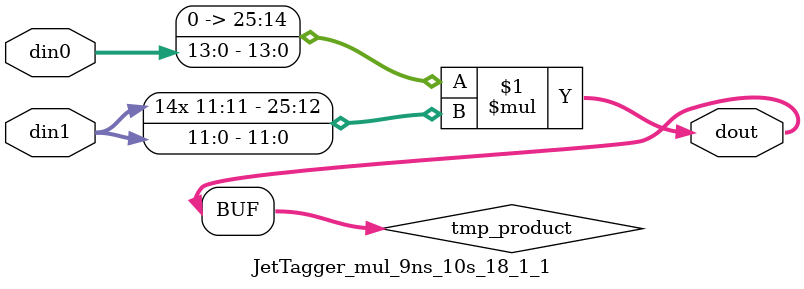
<source format=v>

`timescale 1 ns / 1 ps

  module JetTagger_mul_9ns_10s_18_1_1(din0, din1, dout);
parameter ID = 1;
parameter NUM_STAGE = 0;
parameter din0_WIDTH = 14;
parameter din1_WIDTH = 12;
parameter dout_WIDTH = 26;

input [din0_WIDTH - 1 : 0] din0; 
input [din1_WIDTH - 1 : 0] din1; 
output [dout_WIDTH - 1 : 0] dout;

wire signed [dout_WIDTH - 1 : 0] tmp_product;











assign tmp_product = $signed({1'b0, din0}) * $signed(din1);










assign dout = tmp_product;







endmodule

</source>
